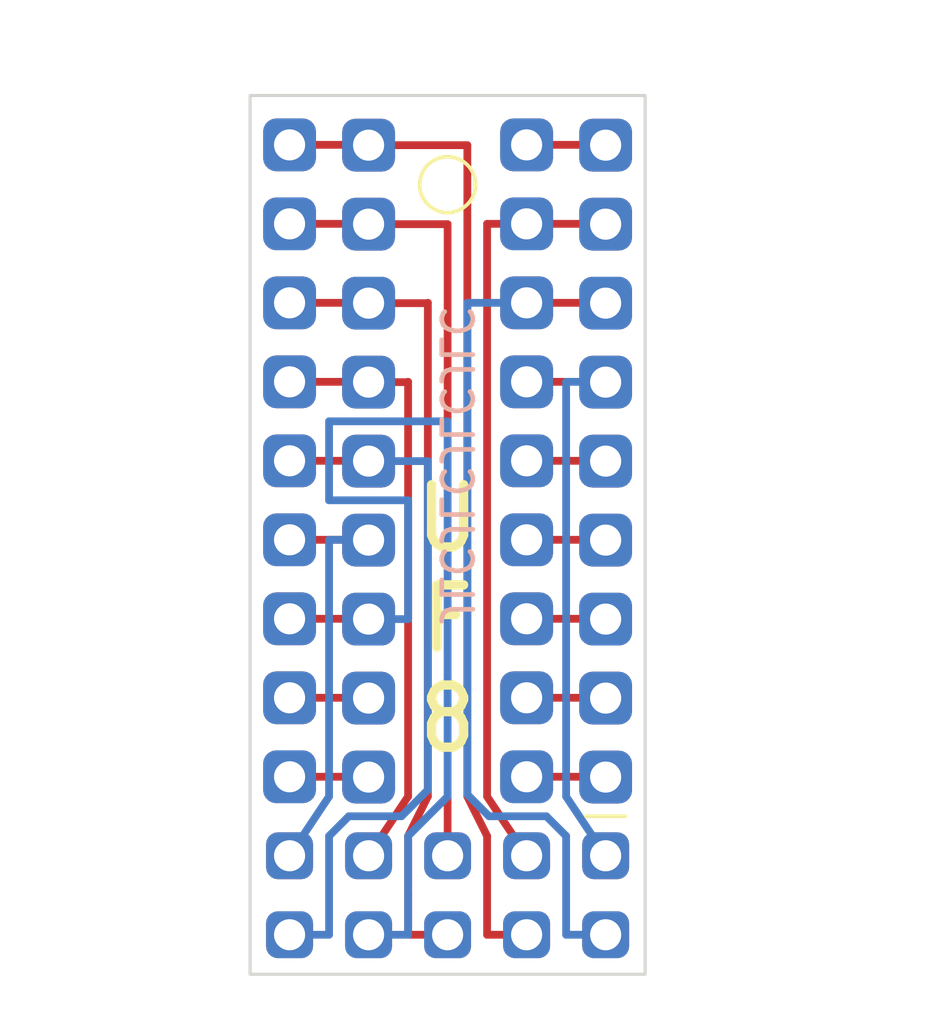
<source format=kicad_pcb>
(kicad_pcb (version 20240108) (generator "pcbnew") (generator_version "8.0")
  (title_block (title "UF8 WIRE ADAPTER") (date "2023-02-21") (rev "V001") (comment 2 "creativecommons.org/licenses/by-sa/4.0/") (comment 3 "License: CC BY-SA 4.0") (comment 4 "Author: InsaneDruid"))
  (layers (0 "F.Cu" signal) (31 "B.Cu" signal) (34 "B.Paste" user) (35 "F.Paste" user) (36 "B.SilkS" user "B.Silkscreen") (37 "F.SilkS" user "F.Silkscreen") (38 "B.Mask" user) (39 "F.Mask" user) (44 "Edge.Cuts" user))
  (net 0 "")
  (net 1 "GND")
  (net 2 "+5V")
  (net 3 "/A9")
  (net 4 "/A8")
  (net 5 "/A7")
  (net 6 "/A6")
  (net 7 "/A5")
  (net 8 "/A4")
  (net 9 "/A3")
  (net 10 "/A2")
  (net 11 "/A1")
  (net 12 "/A0")
  (net 13 "/D0")
  (net 14 "/D1")
  (net 15 "/D2")
  (net 16 "/D3")
  (net 17 "/R~{W}")
  (net 18 "/~{CS}")
  (footprint "hrXX_lib_fp:DIP-18_W7.62mm_Socket" (layer "F.Cu") (at 97.79 50.81)
    (property "Reference" "U1" (hide yes))
    (property "Value" "6114")
    (fp_circle (center 2.54 1.27) (end 3.438026 1.27) (stroke (width 0.12)) (fill none) (layer "F.SilkS"))
    (pad "1" thru_hole roundrect (at 0 0) (size 1.7 1.7) (drill 1) (layers "*.Cu" "*.Mask") (net 6 "/A6"))
    (pad "2" thru_hole roundrect (at 0 2.54) (size 1.7 1.7) (drill 1) (layers "*.Cu" "*.Mask") (net 7 "/A5"))
    (pad "3" thru_hole roundrect (at 0 5.08) (size 1.7 1.7) (drill 1) (layers "*.Cu" "*.Mask") (net 8 "/A4"))
    (pad "4" thru_hole roundrect (at 0 7.62) (size 1.7 1.7) (drill 1) (layers "*.Cu" "*.Mask") (net 9 "/A3"))
    (pad "5" thru_hole roundrect (at 0 10.16) (size 1.7 1.7) (drill 1) (layers "*.Cu" "*.Mask") (net 12 "/A0"))
    (pad "6" thru_hole roundrect (at 0 12.7) (size 1.7 1.7) (drill 1) (layers "*.Cu" "*.Mask") (net 11 "/A1"))
    (pad "7" thru_hole roundrect (at 0 15.24) (size 1.7 1.7) (drill 1) (layers "*.Cu" "*.Mask") (net 10 "/A2"))
    (pad "8" thru_hole roundrect (at 0 17.78) (size 1.7 1.7) (drill 1) (layers "*.Cu" "*.Mask") (net 18 "/~{CS}"))
    (pad "9" thru_hole roundrect (at 0 20.32) (size 1.7 1.7) (drill 1) (layers "*.Cu" "*.Mask") (net 1 "GND"))
    (pad "10" thru_hole roundrect (at 7.62 20.32) (size 1.7 1.7) (drill 1) (layers "*.Cu" "*.Mask") (net 17 "/R~{W}"))
    (pad "11" thru_hole roundrect (at 7.62 17.78) (size 1.7 1.7) (drill 1) (layers "*.Cu" "*.Mask") (net 16 "/D3"))
    (pad "12" thru_hole roundrect (at 7.62 15.24) (size 1.7 1.7) (drill 1) (layers "*.Cu" "*.Mask") (net 15 "/D2"))
    (pad "13" thru_hole roundrect (at 7.62 12.7) (size 1.7 1.7) (drill 1) (layers "*.Cu" "*.Mask") (net 14 "/D1"))
    (pad "14" thru_hole roundrect (at 7.62 10.16) (size 1.7 1.7) (drill 1) (layers "*.Cu" "*.Mask") (net 13 "/D0"))
    (pad "15" thru_hole roundrect (at 7.62 7.62) (size 1.7 1.7) (drill 1) (layers "*.Cu" "*.Mask") (net 3 "/A9"))
    (pad "16" thru_hole roundrect (at 7.62 5.08) (size 1.7 1.7) (drill 1) (layers "*.Cu" "*.Mask") (net 4 "/A8"))
    (pad "17" thru_hole roundrect (at 7.62 2.54) (size 1.7 1.7) (drill 1) (layers "*.Cu" "*.Mask") (net 5 "/A7"))
    (pad "18" thru_hole roundrect (at 7.62 0) (size 1.7 1.7) (drill 1) (layers "*.Cu" "*.Mask") (net 2 "+5V"))
  )
  (footprint "hrXX_lib_fp:Solderpad_02_05_Odd_Even" (layer "F.Cu") (at 105.41 73.66 180)
    (property "Reference" "J3" (hide yes))
    (property "Value" "Conn_01x10_Male")
    (fp_line (start -0.635 1.27) (end 0.635 1.27) (stroke (width 0.12)) (layer "F.SilkS"))
    (pad "1" thru_hole roundrect (at 0 0 180) (size 1.508 1.508) (drill 1) (layers "*.Cu" "*.Mask") (net 3 "/A9"))
    (pad "2" thru_hole roundrect (at 0 -2.54 180) (size 1.508 1.508) (drill 1) (layers "*.Cu" "*.Mask") (net 4 "/A8"))
    (pad "3" thru_hole roundrect (at 2.54 0 180) (size 1.508 1.508) (drill 1) (layers "*.Cu" "*.Mask") (net 5 "/A7"))
    (pad "4" thru_hole roundrect (at 2.54 -2.54 180) (size 1.508 1.508) (drill 1) (layers "*.Cu" "*.Mask") (net 6 "/A6"))
    (pad "5" thru_hole roundrect (at 5.08 0 180) (size 1.508 1.508) (drill 1) (layers "*.Cu" "*.Mask") (net 7 "/A5"))
    (pad "6" thru_hole roundrect (at 5.08 -2.54 180) (size 1.508 1.508) (drill 1) (layers "*.Cu" "*.Mask") (net 8 "/A4"))
    (pad "7" thru_hole roundrect (at 7.62 0 180) (size 1.508 1.508) (drill 1) (layers "*.Cu" "*.Mask") (net 9 "/A3"))
    (pad "8" thru_hole roundrect (at 7.62 -2.54 180) (size 1.508 1.508) (drill 1) (layers "*.Cu" "*.Mask") (net 10 "/A2"))
    (pad "9" thru_hole roundrect (at 10.16 0 180) (size 1.508 1.508) (drill 1) (layers "*.Cu" "*.Mask") (net 11 "/A1"))
    (pad "10" thru_hole roundrect (at 10.16 -2.54 180) (size 1.508 1.508) (drill 1) (layers "*.Cu" "*.Mask") (net 12 "/A0"))
  )
  (footprint "hrXX_lib_fp:PinHeader_1x09_P2.54mm_Vertical" (layer "B.Cu") (at 95.25 50.8 180)
    (property "Reference" "J1" (hide yes))
    (property "Value" "Conn_01x09_Male")
    (pad "1" thru_hole roundrect (at 0 0 180) (size 1.7 1.7) (drill 1) (layers "*.Cu" "*.Mask") (net 6 "/A6"))
    (pad "2" thru_hole roundrect (at 0 -2.54 180) (size 1.7 1.7) (drill 1) (layers "*.Cu" "*.Mask") (net 7 "/A5"))
    (pad "3" thru_hole roundrect (at 0 -5.08 180) (size 1.7 1.7) (drill 1) (layers "*.Cu" "*.Mask") (net 8 "/A4"))
    (pad "4" thru_hole roundrect (at 0 -7.62 180) (size 1.7 1.7) (drill 1) (layers "*.Cu" "*.Mask") (net 9 "/A3"))
    (pad "5" thru_hole roundrect (at 0 -10.16 180) (size 1.7 1.7) (drill 1) (layers "*.Cu" "*.Mask") (net 12 "/A0"))
    (pad "6" thru_hole roundrect (at 0 -12.7 180) (size 1.7 1.7) (drill 1) (layers "*.Cu" "*.Mask") (net 11 "/A1"))
    (pad "7" thru_hole roundrect (at 0 -15.24 180) (size 1.7 1.7) (drill 1) (layers "*.Cu" "*.Mask") (net 10 "/A2"))
    (pad "8" thru_hole roundrect (at 0 -17.78 180) (size 1.7 1.7) (drill 1) (layers "*.Cu" "*.Mask") (net 18 "/~{CS}"))
    (pad "9" thru_hole roundrect (at 0 -20.32 180) (size 1.7 1.7) (drill 1) (layers "*.Cu" "*.Mask") (net 1 "GND"))
  )
  (footprint "hrXX_lib_fp:PinHeader_1x09_P2.54mm_Vertical" (layer "B.Cu") (at 102.87 50.8 180)
    (property "Reference" "J2" (hide yes))
    (property "Value" "Conn_01x09_Male")
    (pad "1" thru_hole roundrect (at 0 0 180) (size 1.7 1.7) (drill 1) (layers "*.Cu" "*.Mask") (net 2 "+5V"))
    (pad "2" thru_hole roundrect (at 0 -2.54 180) (size 1.7 1.7) (drill 1) (layers "*.Cu" "*.Mask") (net 5 "/A7"))
    (pad "3" thru_hole roundrect (at 0 -5.08 180) (size 1.7 1.7) (drill 1) (layers "*.Cu" "*.Mask") (net 4 "/A8"))
    (pad "4" thru_hole roundrect (at 0 -7.62 180) (size 1.7 1.7) (drill 1) (layers "*.Cu" "*.Mask") (net 3 "/A9"))
    (pad "5" thru_hole roundrect (at 0 -10.16 180) (size 1.7 1.7) (drill 1) (layers "*.Cu" "*.Mask") (net 13 "/D0"))
    (pad "6" thru_hole roundrect (at 0 -12.7 180) (size 1.7 1.7) (drill 1) (layers "*.Cu" "*.Mask") (net 14 "/D1"))
    (pad "7" thru_hole roundrect (at 0 -15.24 180) (size 1.7 1.7) (drill 1) (layers "*.Cu" "*.Mask") (net 15 "/D2"))
    (pad "8" thru_hole roundrect (at 0 -17.78 180) (size 1.7 1.7) (drill 1) (layers "*.Cu" "*.Mask") (net 16 "/D3"))
    (pad "9" thru_hole roundrect (at 0 -20.32 180) (size 1.7 1.7) (drill 1) (layers "*.Cu" "*.Mask") (net 17 "/R~{W}"))
  )
  (gr_rect (start 93.98 49.2125) (end 106.68 77.47) (stroke (width 0.1)) (fill none) (layer "Edge.Cuts"))
  (gr_text "JLCJLCJLCJLC" (at 100.0125 66.3575 -90) (layer "B.SilkS") (effects (font (size 1 1)) (justify left bottom mirror)))
  (gr_text "U\nF\n8" (at 100.33 66.04 0) (layer "F.SilkS") (effects (font (size 2 1.8) (thickness 0.3))))
  (segment (start 95.25 71.12) (end 97.79 71.12) (width 0.25) (layer "F.Cu") (net 1))
  (segment (start 102.87 50.8) (end 105.41 50.8) (width 0.25) (layer "F.Cu") (net 2))
  (segment (start 102.87 58.42) (end 105.41 58.42) (width 0.25) (layer "F.Cu") (net 3))
  (segment (start 104.145 58.42) (end 105.4 58.42) (width 0.25) (layer "B.Cu") (net 3))
  (segment (start 105.4 58.42) (end 105.41 58.43) (width 0.25) (layer "B.Cu") (net 3))
  (segment (start 104.14 71.755) (end 104.14 58.425) (width 0.25) (layer "B.Cu") (net 3))
  (segment (start 105.41 73.66) (end 104.14 71.755) (width 0.25) (layer "B.Cu") (net 3))
  (segment (start 104.14 58.425) (end 104.145 58.42) (width 0.25) (layer "B.Cu") (net 3))
  (segment (start 102.87 55.88) (end 105.41 55.88) (width 0.25) (layer "F.Cu") (net 4))
  (segment (start 100.965 71.6915) (end 100.965 55.88) (width 0.25) (layer "B.Cu") (net 4))
  (segment (start 103.505 72.39) (end 101.6635 72.39) (width 0.25) (layer "B.Cu") (net 4))
  (segment (start 105.41 76.2) (end 104.14 76.2) (width 0.25) (layer "B.Cu") (net 4))
  (segment (start 104.14 73.025) (end 103.505 72.39) (width 0.25) (layer "B.Cu") (net 4))
  (segment (start 104.14 76.2) (end 104.14 73.025) (width 0.25) (layer "B.Cu") (net 4))
  (segment (start 101.6635 72.39) (end 100.965 71.6915) (width 0.25) (layer "B.Cu") (net 4))
  (segment (start 100.965 55.88) (end 102.87 55.88) (width 0.25) (layer "B.Cu") (net 4))
  (segment (start 102.87 53.34) (end 105.41 53.34) (width 0.25) (layer "F.Cu") (net 5))
  (segment (start 102.87 73.66) (end 101.6 71.755) (width 0.25) (layer "F.Cu") (net 5))
  (segment (start 101.6 71.755) (end 101.6 53.34) (width 0.25) (layer "F.Cu") (net 5))
  (segment (start 101.6 53.34) (end 102.87 53.34) (width 0.25) (layer "F.Cu") (net 5))
  (segment (start 100.965 50.81) (end 100.965 71.755) (width 0.25) (layer "F.Cu") (net 6))
  (segment (start 101.6 76.2) (end 102.87 76.2) (width 0.25) (layer "F.Cu") (net 6))
  (segment (start 95.25 50.8) (end 97.79 50.8) (width 0.25) (layer "F.Cu") (net 6))
  (segment (start 100.965 71.755) (end 101.6 73.025) (width 0.25) (layer "F.Cu") (net 6))
  (segment (start 101.6 73.025) (end 101.6 76.2) (width 0.25) (layer "F.Cu") (net 6))
  (segment (start 97.79 50.81) (end 100.965 50.81) (width 0.25) (layer "F.Cu") (net 6))
  (segment (start 95.25 53.34) (end 97.79 53.34) (width 0.25) (layer "F.Cu") (net 7))
  (segment (start 100.33 73.66) (end 100.33 53.35) (width 0.25) (layer "F.Cu") (net 7))
  (segment (start 100.33 53.35) (end 97.79 53.35) (width 0.25) (layer "F.Cu") (net 7))
  (segment (start 99.695 55.88) (end 99.685 55.89) (width 0.25) (layer "F.Cu") (net 8))
  (segment (start 99.06 76.2) (end 100.33 76.2) (width 0.25) (layer "F.Cu") (net 8))
  (segment (start 99.685 55.89) (end 97.79 55.89) (width 0.25) (layer "F.Cu") (net 8))
  (segment (start 95.25 55.88) (end 97.79 55.88) (width 0.25) (layer "F.Cu") (net 8))
  (segment (start 99.695 71.755) (end 99.695 55.88) (width 0.25) (layer "F.Cu") (net 8))
  (segment (start 99.06 74.93) (end 99.06 76.2) (width 0.25) (layer "F.Cu") (net 8))
  (segment (start 99.06 74.93) (end 99.06 73.025) (width 0.25) (layer "F.Cu") (net 8))
  (segment (start 99.06 73.025) (end 99.695 71.755) (width 0.25) (layer "F.Cu") (net 8))
  (segment (start 99.05 58.43) (end 97.79 58.43) (width 0.25) (layer "F.Cu") (net 9))
  (segment (start 99.06 58.42) (end 99.05 58.43) (width 0.25) (layer "F.Cu") (net 9))
  (segment (start 97.79 73.66) (end 99.06 71.755) (width 0.25) (layer "F.Cu") (net 9))
  (segment (start 95.25 58.42) (end 97.79 58.42) (width 0.25) (layer "F.Cu") (net 9))
  (segment (start 99.06 71.755) (end 99.06 58.42) (width 0.25) (layer "F.Cu") (net 9))
  (segment (start 95.25 66.04) (end 97.79 66.04) (width 0.25) (layer "F.Cu") (net 10))
  (segment (start 99.05 66.05) (end 97.79 66.05) (width 0.25) (layer "B.Cu") (net 10))
  (segment (start 99.06 66.04) (end 99.05 66.05) (width 0.25) (layer "B.Cu") (net 10))
  (segment (start 96.52 62.23) (end 99.06 62.23) (width 0.25) (layer "B.Cu") (net 10))
  (segment (start 99.06 73.025) (end 100.33 71.755) (width 0.25) (layer "B.Cu") (net 10))
  (segment (start 96.52 59.69) (end 96.52 62.23) (width 0.25) (layer "B.Cu") (net 10))
  (segment (start 100.33 71.755) (end 100.33 59.69) (width 0.25) (layer "B.Cu") (net 10))
  (segment (start 97.79 76.2) (end 99.06 76.2) (width 0.25) (layer "B.Cu") (net 10))
  (segment (start 100.33 59.69) (end 96.52 59.69) (width 0.25) (layer "B.Cu") (net 10))
  (segment (start 99.06 62.23) (end 99.06 66.04) (width 0.25) (layer "B.Cu") (net 10))
  (segment (start 99.06 76.2) (end 99.06 73.025) (width 0.25) (layer "B.Cu") (net 10))
  (segment (start 97.78 63.5) (end 97.79 63.51) (width 0.25) (layer "F.Cu") (net 11))
  (segment (start 95.25 63.5) (end 97.78 63.5) (width 0.25) (layer "F.Cu") (net 11))
  (segment (start 95.25 73.66) (end 96.52 71.755) (width 0.25) (layer "B.Cu") (net 11))
  (segment (start 96.52 63.505) (end 96.525 63.5) (width 0.25) (layer "B.Cu") (net 11))
  (segment (start 96.52 71.755) (end 96.52 63.505) (width 0.25) (layer "B.Cu") (net 11))
  (segment (start 96.525 63.5) (end 97.78 63.5) (width 0.25) (layer "B.Cu") (net 11))
  (segment (start 97.78 63.5) (end 97.79 63.51) (width 0.25) (layer "B.Cu") (net 11))
  (segment (start 95.25 60.96) (end 97.79 60.96) (width 0.25) (layer "F.Cu") (net 12))
  (segment (start 99.695 71.543333) (end 99.695 60.97) (width 0.25) (layer "B.Cu") (net 12))
  (segment (start 96.52 76.2) (end 96.52 73.025) (width 0.25) (layer "B.Cu") (net 12))
  (segment (start 97.155 72.39) (end 98.848333 72.39) (width 0.25) (layer "B.Cu") (net 12))
  (segment (start 95.25 76.2) (end 96.52 76.2) (width 0.25) (layer "B.Cu") (net 12))
  (segment (start 96.52 73.025) (end 97.155 72.39) (width 0.25) (layer "B.Cu") (net 12))
  (segment (start 98.848333 72.39) (end 99.695 71.543333) (width 0.25) (layer "B.Cu") (net 12))
  (segment (start 99.695 60.97) (end 97.79 60.97) (width 0.25) (layer "B.Cu") (net 12))
  (segment (start 102.87 60.96) (end 105.41 60.96) (width 0.25) (layer "F.Cu") (net 13))
  (segment (start 102.87 63.5) (end 105.41 63.5) (width 0.25) (layer "F.Cu") (net 14))
  (segment (start 102.87 66.04) (end 105.41 66.04) (width 0.25) (layer "F.Cu") (net 15))
  (segment (start 102.87 68.58) (end 105.41 68.58) (width 0.25) (layer "F.Cu") (net 16))
  (segment (start 105.41 71.12) (end 102.87 71.12) (width 0.25) (layer "F.Cu") (net 17))
  (segment (start 95.25 68.58) (end 97.79 68.58) (width 0.25) (layer "F.Cu") (net 18))
)
</source>
